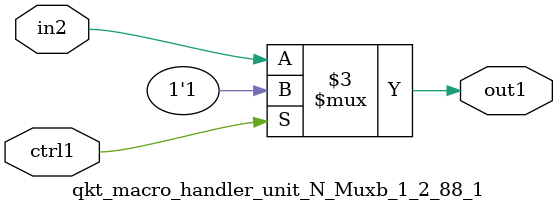
<source format=v>

`timescale 1ps / 1ps


module qkt_macro_handler_unit_N_Muxb_1_2_88_1( in2, ctrl1, out1 );

    input in2;
    input ctrl1;
    output out1;
    reg out1;

    
    // rtl_process:qkt_macro_handler_unit_N_Muxb_1_2_88_1/qkt_macro_handler_unit_N_Muxb_1_2_88_1_thread_1
    always @*
      begin : qkt_macro_handler_unit_N_Muxb_1_2_88_1_thread_1
        case (ctrl1) 
          1'b1: 
            begin
              out1 = 1'b1;
            end
          default: 
            begin
              out1 = in2;
            end
        endcase
      end

endmodule


</source>
